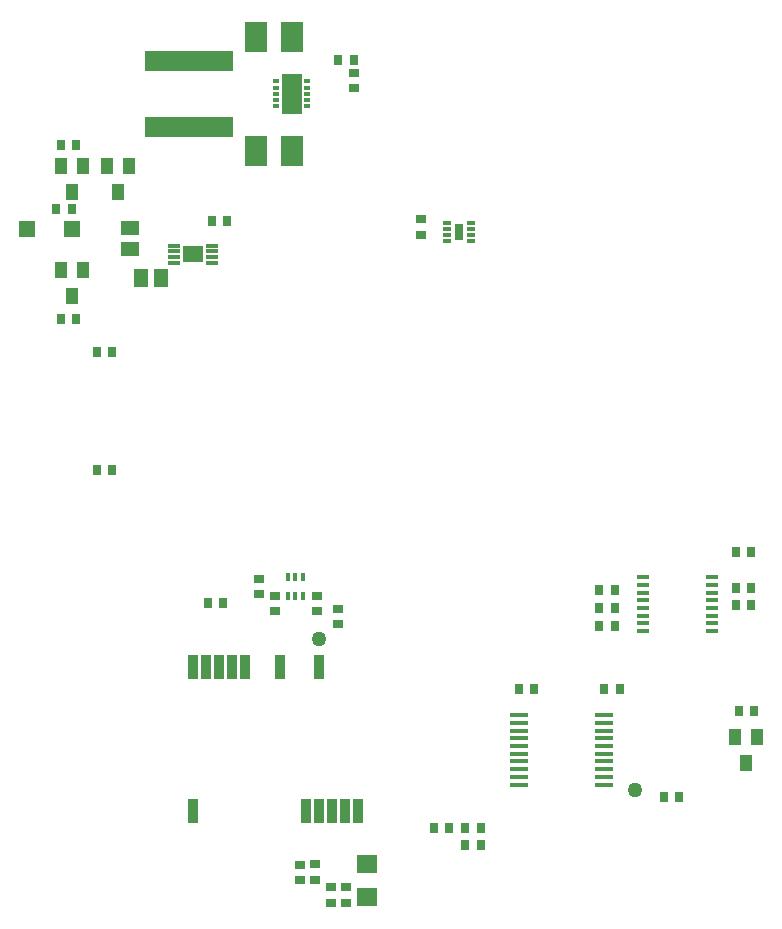
<source format=gtp>
G75*
%MOIN*%
%OFA0B0*%
%FSLAX24Y24*%
%IPPOS*%
%LPD*%
%AMOC8*
5,1,8,0,0,1.08239X$1,22.5*
%
%ADD10R,0.0276X0.0354*%
%ADD11R,0.0512X0.0591*%
%ADD12R,0.0591X0.0512*%
%ADD13R,0.0394X0.0551*%
%ADD14R,0.0591X0.0157*%
%ADD15R,0.0276X0.0118*%
%ADD16R,0.0315X0.0543*%
%ADD17R,0.0354X0.0276*%
%ADD18R,0.0768X0.0984*%
%ADD19C,0.0500*%
%ADD20R,0.0157X0.0276*%
%ADD21R,0.0709X0.0630*%
%ADD22R,0.0689X0.0571*%
%ADD23R,0.0394X0.0118*%
%ADD24R,0.0197X0.0118*%
%ADD25R,0.0689X0.1378*%
%ADD26R,0.0390X0.0120*%
%ADD27R,0.2953X0.0709*%
%ADD28R,0.0551X0.0551*%
%ADD29R,0.0354X0.0787*%
D10*
X023342Y011712D03*
X023854Y011712D03*
X024397Y011712D03*
X024909Y011712D03*
X024909Y011161D03*
X024397Y011161D03*
X031017Y012736D03*
X031529Y012736D03*
X033502Y015608D03*
X034013Y015608D03*
X029535Y016362D03*
X029023Y016362D03*
X026681Y016362D03*
X026169Y016362D03*
X028856Y018454D03*
X029368Y018454D03*
X029368Y019045D03*
X028856Y019045D03*
X028856Y019635D03*
X029368Y019635D03*
X033409Y019724D03*
X033921Y019724D03*
X033921Y019133D03*
X033409Y019133D03*
X033409Y020905D03*
X033921Y020905D03*
X016326Y019198D03*
X015815Y019198D03*
X012630Y023651D03*
X012118Y023651D03*
X012118Y027588D03*
X012630Y027588D03*
X011415Y028691D03*
X010903Y028691D03*
X015937Y031939D03*
X016448Y031939D03*
X011275Y032358D03*
X010763Y032358D03*
X010901Y034484D03*
X011413Y034484D03*
X020159Y037326D03*
X020671Y037326D03*
D11*
X014244Y030041D03*
X013574Y030041D03*
D12*
X013218Y031029D03*
X013218Y031698D03*
D13*
X011649Y030305D03*
X010901Y030305D03*
X011275Y029439D03*
X011275Y032929D03*
X010901Y033795D03*
X011649Y033795D03*
X012435Y033795D03*
X013183Y033795D03*
X012809Y032929D03*
X033383Y014748D03*
X034131Y014748D03*
X033757Y013881D03*
D14*
X029023Y013931D03*
X029023Y014187D03*
X029023Y014443D03*
X029023Y014698D03*
X029023Y014954D03*
X029023Y015210D03*
X029023Y015466D03*
X029023Y013675D03*
X029023Y013419D03*
X029023Y013163D03*
X026169Y013163D03*
X026169Y013419D03*
X026169Y013675D03*
X026169Y013931D03*
X026169Y014187D03*
X026169Y014443D03*
X026169Y014698D03*
X026169Y014954D03*
X026169Y015210D03*
X026169Y015466D03*
D15*
X024576Y031293D03*
X024576Y031490D03*
X024576Y031687D03*
X024576Y031883D03*
X023797Y031883D03*
X023797Y031687D03*
X023797Y031490D03*
X023797Y031293D03*
D16*
X024187Y031588D03*
D17*
X022923Y031490D03*
X022923Y032002D03*
X020673Y036380D03*
X020673Y036891D03*
X017531Y020029D03*
X017531Y019517D03*
X018063Y019458D03*
X018063Y018946D03*
X019441Y018946D03*
X019441Y019458D03*
X020149Y019009D03*
X020149Y018498D03*
X019380Y010498D03*
X018870Y010496D03*
X018870Y009984D03*
X019380Y009986D03*
X019913Y009734D03*
X020425Y009734D03*
X020425Y009222D03*
X019913Y009222D03*
D18*
X018602Y034275D03*
X017401Y034275D03*
X017401Y038088D03*
X018602Y038088D03*
D19*
X019519Y018015D03*
X030061Y012992D03*
D20*
X018988Y019458D03*
X018732Y019458D03*
X018476Y019458D03*
X018476Y020088D03*
X018732Y020088D03*
X018988Y020088D03*
D21*
X021114Y010502D03*
X021114Y009399D03*
D22*
X015326Y030832D03*
D23*
X014696Y030734D03*
X014696Y030931D03*
X014696Y031128D03*
X014696Y030537D03*
X015956Y030537D03*
X015956Y030734D03*
X015956Y030931D03*
X015956Y031128D03*
D24*
X018080Y035789D03*
X018080Y035986D03*
X018080Y036183D03*
X018080Y036380D03*
X018080Y036616D03*
X019124Y036616D03*
X019124Y036380D03*
X019124Y036183D03*
X019124Y035986D03*
X019124Y035789D03*
D25*
X018602Y036183D03*
D26*
X030323Y020069D03*
X030323Y019813D03*
X030323Y019557D03*
X030323Y019301D03*
X030323Y019045D03*
X030323Y018789D03*
X030323Y018533D03*
X030323Y018277D03*
X032621Y018277D03*
X032621Y018533D03*
X032621Y018789D03*
X032621Y019045D03*
X032621Y019301D03*
X032621Y019557D03*
X032621Y019813D03*
X032621Y020069D03*
D27*
X015198Y035080D03*
X015198Y037285D03*
D28*
X011275Y031669D03*
X009779Y031669D03*
D29*
X015307Y012293D03*
X019086Y012293D03*
X019519Y012293D03*
X019952Y012293D03*
X020385Y012293D03*
X020819Y012293D03*
X019519Y017096D03*
X018220Y017096D03*
X017039Y017096D03*
X016606Y017096D03*
X016173Y017096D03*
X015740Y017096D03*
X015307Y017096D03*
M02*

</source>
